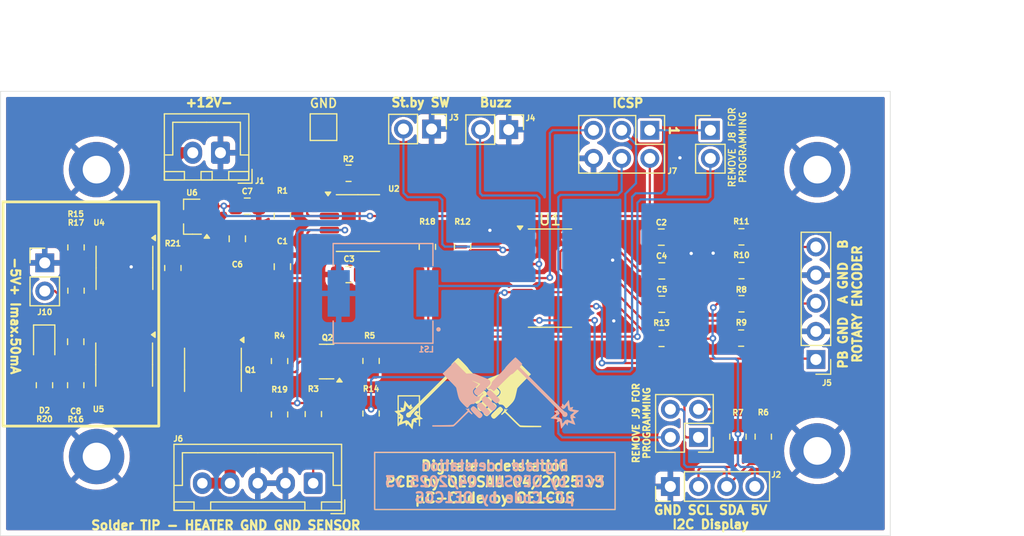
<source format=kicad_pcb>
(kicad_pcb (version 20240108) (generator "pcbnew") (generator_version "8.0")
  (layers (0 "F.Cu" signal) (31 "B.Cu" signal) (34 "B.Paste" user) (35 "F.Paste" user) (36 "B.SilkS" user "B.Silkscreen") (37 "F.SilkS" user "F.Silkscreen") (38 "B.Mask" user) (39 "F.Mask" user) (44 "Edge.Cuts" user))
  (net 0 "")
  (net 1 "GND")
  (net 2 "Net-(U2-+)")
  (net 3 "+5V")
  (net 4 "Net-(U1-PA3)")
  (net 5 "+12V")
  (net 6 "Net-(J2-Pin_2)")
  (net 7 "Net-(J2-Pin_3)")
  (net 8 "Net-(J3-Pin_2)")
  (net 9 "Net-(J4-Pin_2)")
  (net 10 "Net-(J5-Pin_1)")
  (net 11 "Net-(J5-Pin_3)")
  (net 12 "Net-(J5-Pin_5)")
  (net 13 "Net-(J6-Pin_4)")
  (net 14 "Net-(J6-Pin_1)")
  (net 15 "Net-(J8-Pin_2)")
  (net 16 "Net-(J7-MISO)")
  (net 17 "Net-(Q1-G)")
  (net 18 "Net-(Q2-G)")
  (net 19 "Net-(U2--)")
  (net 20 "Net-(R18-Pad1)")
  (net 24 "Net-(J7-~{RST})")
  (net 25 "Net-(U1-AREF{slash}PA0)")
  (net 26 "Net-(U1-PA1)")
  (net 27 "Net-(U1-PB2)")
  (net 28 "Net-(D1-A)")
  (net 30 "Net-(J7-MOSI)")
  (net 31 "Net-(J7-SCK)")
  (net 32 "Net-(U5-ADJ)")
  (net 33 "Net-(R15-Pad1)")
  (net 38 "Net-(J10-Pin_2)")
  (net 39 "Net-(D2-A)")
  (net 40 "Net-(U4-ADJ)")
  (net 41 "Net-(U4-VI)")
  (footprint "Resistor_SMD:R_0805_2012Metric_Pad1.20x1.40mm_HandSolder" (layer "F.Cu") (at 139.2174 85.6648 90)
    (property "Reference" "R12")
    (property "Value" "10k")
  )
  (footprint "Capacitor_SMD:C_0805_2012Metric_Pad1.18x1.45mm_HandSolder" (layer "F.Cu") (at 128.9597 88.17 180)
    (property "Reference" "C3")
    (property "Value" "10nF")
  )
  (footprint "Resistor_SMD:R_0805_2012Metric_Pad1.20x1.40mm_HandSolder" (layer "F.Cu") (at 125.7554 100.7712 90)
    (property "Reference" "R3")
    (property "Value" "5K6")
  )
  (footprint "Resistor_SMD:R_0805_2012Metric_Pad1.20x1.40mm_HandSolder" (layer "F.Cu") (at 164.3794 87.8144)
    (property "Reference" "R10")
    (property "Value" "10k")
  )
  (footprint "Resistor_SMD:R_0805_2012Metric_Pad1.20x1.40mm_HandSolder" (layer "F.Cu") (at 104.3432 85.7186 -90)
    (property "Reference" "R15")
    (property "Value" "27")
  )
  (footprint "Capacitor_SMD:C_0805_2012Metric_Pad1.18x1.45mm_HandSolder" (layer "F.Cu") (at 157.1889 90.8498 180)
    (property "Reference" "C5")
    (property "Value" "10nF")
  )
  (footprint "MountingHole:MountingHole_2.5mm_Pad" (layer "F.Cu") (at 106.1974 78.6958)
    (property "Reference" "H1" (hide yes))
    (property "Value" "MountingHole_Pad" (hide yes))
  )
  (footprint "Resistor_SMD:R_0805_2012Metric_Pad1.20x1.40mm_HandSolder" (layer "F.Cu") (at 104.3432 89.6272 -90)
    (property "Reference" "R17")
    (property "Value" "750")
  )
  (footprint "Resistor_SMD:R_0805_2012Metric_Pad1.20x1.40mm_HandSolder" (layer "F.Cu") (at 136.0424 85.6714 -90)
    (property "Reference" "R18")
    (property "Value" "5K6")
  )
  (footprint "Connector_PinHeader_2.54mm:PinHeader_1x04_P2.54mm_Vertical" (layer "F.Cu") (at 157.9626 107.3089 90)
    (property "Reference" "J2")
    (property "Value" "I2C")
  )
  (footprint "Resistor_SMD:R_0805_2012Metric_Pad1.20x1.40mm_HandSolder" (layer "F.Cu") (at 122.7074 95.9802 -90)
    (property "Reference" "R4")
    (property "Value" "10K")
  )
  (footprint "Resistor_SMD:R_0805_2012Metric_Pad1.20x1.40mm_HandSolder" (layer "F.Cu") (at 113.0808 87.5792 90)
    (property "Reference" "R21")
    (property "Value" "0")
  )
  (footprint "Resistor_SMD:R_0805_2012Metric_Pad1.20x1.40mm_HandSolder" (layer "F.Cu") (at 130.9624 95.9706 90)
    (property "Reference" "R5")
    (property "Value" "1K")
  )
  (footprint "Package_TO_SOT_SMD:SOT-23" (layer "F.Cu") (at 126.9469 96.0272 180)
    (property "Reference" "Q2")
    (property "Value" "IRLML2060")
  )
  (footprint "Resistor_SMD:R_0805_2012Metric_Pad1.20x1.40mm_HandSolder" (layer "F.Cu") (at 122.7074 100.8032 90)
    (property "Reference" "R19")
    (property "Value" "100k")
  )
  (footprint "Connector_PinHeader_2.54mm:PinHeader_1x02_P2.54mm_Vertical" (layer "F.Cu") (at 161.5694 75.1398)
    (property "Reference" "J8" (hide yes))
    (property "Value" "PROG-JUMP")
  )
  (footprint "Connector_PinHeader_2.54mm:PinHeader_1x02_P2.54mm_Vertical" (layer "F.Cu") (at 143.383 75.0824 -90)
    (property "Reference" "J4")
    (property "Value" "Buzz")
  )
  (footprint "MountingHole:MountingHole_2.5mm_Pad" (layer "F.Cu") (at 106.1974 104.6038)
    (property "Reference" "H3" (hide yes))
    (property "Value" "MountingHole_Pad" (hide yes))
  )
  (footprint "Connector_PinHeader_2.54mm:PinHeader_2x03_P2.54mm_Vertical" (layer "F.Cu") (at 156.1084 75.1398 -90)
    (property "Reference" "J7")
    (property "Value" "ISP")
  )
  (footprint "Package_TO_SOT_SMD:SOT-23_Handsoldering" (layer "F.Cu") (at 114.8066 82.9478 180)
    (property "Reference" "U6")
    (property "Value" "MCP1703Ax-120xxTT")
  )
  (footprint "Package_SO:SOIC-8_3.9x4.9mm_P1.27mm" (layer "F.Cu") (at 108.6866 96.3026 -90)
    (property "Reference" "U5")
    (property "Value" "LM317L_SO8")
  )
  (footprint "Connector_JST:JST_XH_B2B-XH-A_1x02_P2.50mm_Vertical" (layer "F.Cu") (at 117.3734 77.1718 180)
    (property "Reference" "J1")
    (property "Value" "12V POW")
  )
  (footprint "Capacitor_SMD:C_0805_2012Metric_Pad1.18x1.45mm_HandSolder" (layer "F.Cu") (at 122.9614 87.4588 90)
    (property "Reference" "C1")
    (property "Value" "10nF")
  )
  (footprint "Package_SO:SO-8_3.9x4.9mm_P1.27mm" (layer "F.Cu") (at 129.7782 83.5218)
    (property "Reference" "U2")
    (property "Value" "OPA336Ux")
  )
  (footprint "MountingHole:MountingHole_2.5mm_Pad" (layer "F.Cu") (at 171.2214 104.0958)
    (property "Reference" "H2" (hide yes))
    (property "Value" "MountingHole_Pad" (hide yes))
  )
  (footprint "Capacitor_SMD:C_0805_2012Metric_Pad1.18x1.45mm_HandSolder" (layer "F.Cu") (at 157.1889 87.8398)
    (property "Reference" "C4")
    (property "Value" "10nF")
  )
  (footprint "Resistor_SMD:R_0805_2012Metric_Pad1.20x1.40mm_HandSolder" (layer "F.Cu") (at 164.3794 90.8116 180)
    (property "Reference" "R8")
    (property "Value" "10k")
  )
  (footprint "Package_SO:SOIC-8_3.9x4.9mm_P1.27mm" (layer "F.Cu") (at 116.695 96.7734 -90)
    (property "Reference" "Q1")
    (property "Value" "IRF7416")
  )
  (footprint "Connector_PinHeader_2.54mm:PinHeader_1x02_P2.54mm_Vertical" (layer "F.Cu") (at 101.5238 87.117)
    (property "Reference" "J10")
    (property "Value" "5V/50mA")
  )
  (footprint "Resistor_SMD:R_0805_2012Metric_Pad1.20x1.40mm_HandSolder" (layer "F.Cu") (at 164.3474 93.9104 180)
    (property "Reference" "R9")
    (property "Value" "10k")
  )
  (footprint "Resistor_SMD:R_0805_2012Metric_Pad1.20x1.40mm_HandSolder" (layer "F.Cu") (at 130.9624 100.7204 90)
    (property "Reference" "R14")
    (property "Value" "10k")
  )
  (footprint "Resistor_SMD:R_0805_2012Metric_Pad1.20x1.40mm_HandSolder" (layer "F.Cu") (at 101.4984 98.1616 -90)
    (property "Reference" "R20")
    (property "Value" "10k")
  )
  (footprint "Resistor_SMD:R_0805_2012Metric_Pad1.20x1.40mm_HandSolder" (layer "F.Cu") (at 164.0586 102.8098 90)
    (property "Reference" "R7")
    (property "Value" "4k7")
  )
  (footprint "Capacitor_SMD:C_0805_2012Metric_Pad1.18x1.45mm_HandSolder" (layer "F.Cu") (at 119.7903 81.9978)
    (property "Reference" "C7")
    (property "Value" "1uF")
  )
  (footprint "Resistor_SMD:R_0805_2012Metric_Pad1.20x1.40mm_HandSolder" (layer "F.Cu") (at 128.9304 79.026)
    (property "Reference" "R2")
    (property "Value" "68k")
  )
  (footprint "Resistor_SMD:R_0805_2012Metric_Pad1.20x1.40mm_HandSolder" (layer "F.Cu") (at 122.9614 82.8708 90)
    (property "Reference" "R1")
    (property "Value" "100R")
  )
  (footprint "LED_SMD:LED_0805_2012Metric" (layer "F.Cu") (at 134.366 100.8103 -90)
    (property "Reference" "D1" (hide yes))
    (property "Value" "LED" (hide yes))
  )
  (footprint "Resistor_SMD:R_0805_2012Metric_Pad1.20x1.40mm_HandSolder" (layer "F.Cu") (at 104.3178 98.1616 -90)
    (property "Reference" "R16")
    (property "Value" "240")
  )
  (footprint "Resistor_SMD:R_0805_2012Metric_Pad1.20x1.40mm_HandSolder" (layer "F.Cu") (at 164.3728 84.7664 180)
    (property "Reference" "R11")
    (property "Value" "10k")
  )
  (footprint "Capacitor_SMD:C_0805_2012Metric_Pad1.18x1.45mm_HandSolder" (layer "F.Cu") (at 104.3178 94.2367 90)
    (property "Reference" "C8")
    (property "Value" "1uF")
  )
  (footprint "LED_SMD:LED_0805_2012Metric" (layer "F.Cu") (at 101.473 94.4118 -90)
    (property "Reference" "D2")
    (property "Value" "LED")
  )
  (footprint "Capacitor_SMD:C_0805_2012Metric_Pad1.18x1.45mm_HandSolder" (layer "F.Cu") (at 118.8974 84.9403 90)
    (property "Reference" "C6")
    (property "Value" "1uF")
  )
  (footprint "TestPoint:TestPoint_Pad_2.0x2.0mm" (layer "F.Cu") (at 126.6698 74.8604)
    (property "Reference" "GND")
    (property "Value" "GND")
  )
  (footprint "Connector_PinHeader_2.54mm:PinHeader_1x02_P2.54mm_Vertical" (layer "F.Cu") (at 136.4234 75.0316 -90)
    (property "Reference" "J3")
    (property "Value" "Std.by")
  )
  (footprint "LOGO" (layer "F.Cu") (at 139.8524 98.7552)
    (property "Reference" "G10" (hide yes))
    (property "Value" "LOGO" (hide yes))
  )
  (footprint "Package_SO:SOIC-8_3.9x4.9mm_P1.27mm" (layer "F.Cu") (at 108.712 87.565 -90)
    (property "Reference" "U4")
    (property "Value" "LM317L_SO8")
  )
  (footprint "Package_SO:SOIC-14_3.9x8.7mm_P1.27mm" (layer "F.Cu") (at 147.1026 88.4936)
    (property "Reference" "U1")
    (property "Value" "ATtiny84-20SS")
  )
  (footprint "Connector_PinHeader_2.54mm:PinHeader_1x05_P2.54mm_Vertical" (layer "F.Cu") (at 171.0944 95.8408 180)
    (property "Reference" "J5")
    (property "Value" "Conn_01x05_Pin")
  )
  (footprint "Resistor_SMD:R_0805_2012Metric_Pad1.20x1.40mm_HandSolder" (layer "F.Cu") (at 166.3446 102.8098 90)
    (property "Reference" "R6")
    (property "Value" "4k7")
  )
  (footprint "MountingHole:MountingHole_2.5mm_Pad" (layer "F.Cu") (at 171.2214 78.6958)
    (property "Reference" "H4" (hide yes))
    (property "Value" "MountingHole_Pad" (hide yes))
  )
  (footprint "Resistor_SMD:R_0805_2012Metric_Pad1.20x1.40mm_HandSolder" (layer "F.Cu") (at 157.1674 93.9358)
    (property "Reference" "R13")
    (property "Value" "10k")
  )
  (footprint "Connector_JST:JST_XH_B5B-XH-A_1x05_P2.50mm_Vertical" (layer "F.Cu") (at 125.7408 107.0102 180)
    (property "Reference" "J6")
    (property "Value" "Tip")
  )
  (footprint "Capacitor_SMD:C_0805_2012Metric_Pad1.18x1.45mm_HandSolder" (layer "F.Cu") (at 157.1459 84.7918)
    (property "Reference" "C2")
    (property "Value" "100nF")
  )
  (footprint "Connector_PinHeader_2.54mm:PinHeader_2x02_P2.54mm_Vertical" (layer "F.Cu") (at 160.5026 102.8766 180)
    (property "Reference" "J9" (hide yes))
    (property "Value" "PROG-JUMP2")
  )
  (footprint "LOGO" (layer "B.Cu") (at 142.948334 98.7044 180)
    (property "Reference" "G10" (hide yes))
    (property "Value" "LOGO" (hide yes))
  )
  (footprint "CPT-9019S-SMT:CUI_CPT-9019S-SMT" (layer "B.Cu") (at 132.0424 89.8718 90)
    (property "Reference" "LS1")
    (property "Value" "CPT-9019S-SMT" (hide yes))
  )
  (gr_rect (start 97.7646 81.6102) (end 111.8108 101.854) (stroke (width 0.25)) (fill none) (layer "F.SilkS"))
  (gr_line (start 97.536 71.628) (end 177.8 71.628) (stroke (width 0.05)) (layer "Edge.Cuts"))
  (gr_line (start 177.8 71.628) (end 177.8 111.76) (stroke (width 0.05)) (layer "Edge.Cuts"))
  (gr_line (start 177.8 111.76) (end 97.536 111.76) (stroke (width 0.05)) (layer "Edge.Cuts"))
  (gr_line (start 97.536 111.76) (end 97.536 71.628) (stroke (width 0.05)) (layer "Edge.Cuts"))
  (gr_text "REMOVE J8 FOR\nPROGRAMMING" (at 164.846 76.6826 90) (layer "F.SilkS") (effects (font (size 0.6 0.6) (thickness 0.12) (bold yes)) (justify bottom)))
  (gr_text "1" (at 157.8102 74.6572 -90) (layer "F.SilkS") (effects (font (size 0.8 0.8) (thickness 0.2) (bold yes)) (justify left bottom)))
  (gr_text "ICSP" (at 152.6286 73.1586 0) (layer "F.SilkS") (effects (font (size 0.8 0.8) (thickness 0.2) (bold yes)) (justify left bottom)))
  (gr_text "PB GND  A GND  B\nROTARY ENCODER" (at 175.2854 90.837 90) (layer "F.SilkS") (effects (font (size 0.8 0.8) (thickness 0.2) (bold yes)) (justify bottom)))
  (gr_text "REMOVE J9 FOR\nPROGRAMMING" (at 156.1846 101.5812 90) (layer "F.SilkS") (effects (font (size 0.6 0.6) (thickness 0.15) (bold yes)) (justify bottom)))
  (gr_text "Solder TIP - HEATER GND GND SENSOR" (at 117.856 111.2774 0) (layer "F.SilkS") (effects (font (size 0.8 0.8) (thickness 0.2) (bold yes)) (justify bottom)))
  (gr_text "St.by SW" (at 132.6896 73.1012 0) (layer "F.SilkS") (effects (font (size 0.8 0.8) (thickness 0.2) (bold yes)) (justify left bottom)))
  (gr_text "GND SCL SDA 5V\nI2C Display" (at 161.5948 111.1951 0) (layer "F.SilkS") (effects (font (size 0.8 0.8) (thickness 0.2) (bold yes)) (justify bottom)))
  (gr_text "-5V+ Imax.50mA" (at 98.3996 86.5124 270) (layer "F.SilkS") (effects (font (size 0.8 0.8) (thickness 0.2) (bold yes)) (justify left bottom)))
  (gr_text "Buzz" (at 140.6652 73.1012 0) (layer "F.SilkS") (effects (font (size 0.8 0.8) (thickness 0.2) (bold yes)) (justify left bottom)))
  (gr_text "+12V-" (at 114.1222 73.1078 0) (layer "F.SilkS") (effects (font (size 0.8 0.8) (thickness 0.2) (bold yes)) (justify left bottom)))
  (gr_text_box "Digitale Loetstation\nPCB by OE9SAU 04/2025 v3\nµC-Code by OE1CGS" (start 131.2672 104.2162) (end 152.9588 109.3724) (layer "B.SilkS") (effects (font (size 0.9 0.9) (thickness 0.2) (bold yes)) (justify top mirror)) (border yes) (stroke (width 0.1)))
  (gr_text_box "Digitale Loetstation\nPCB by OE9SAU 04/2025 v3\nµC-Code by OE1CGS" (start 131.2926 104.2416) (end 152.9842 109.3978) (layer "F.SilkS") (effects (font (size 0.9 0.9) (thickness 0.2) (bold yes)) (justify top)) (border yes) (stroke (width 0.1)))
  (segment (start 120.7408 107.347) (end 120.7538 107.36) (width 1) (layer "F.Cu") (net 1))
  (via (at 161.8234 86.2396) (size 0.6) (drill 0.3) (layers "F.Cu" "B.Cu") (net 1))
  (via (at 152.7556 86.868) (size 0.6) (drill 0.3) (layers "F.Cu" "B.Cu") (net 1))
  (via (at 109.3216 87.4776) (size 0.6) (drill 0.3) (layers "F.Cu" "B.Cu") (net 1))
  (via (at 159.8422 86.265) (size 0.6) (drill 0.3) (layers "F.Cu" "B.Cu") (net 1))
  (via (at 152.8572 92.3544) (size 0.6) (drill 0.3) (layers "F.Cu" "B.Cu") (net 1))
  (via (at 141.6812 84.1756) (size 0.6) (drill 0.3) (layers "F.Cu" "B.Cu") (net 1))
  (via (at 158.8262 77.629) (size 0.6) (drill 0.3) (layers "F.Cu" "B.Cu") (net 1))
  (segment (start 124.2756 99.8032) (end 124.3076 99.7712) (width 0.2) (layer "F.Cu") (net 2))
  (segment (start 124.9465 88.4963) (end 122.9614 88.4963) (width 0.2) (layer "F.Cu") (net 2))
  (segment (start 122.7074 99.8032) (end 124.2756 99.8032) (width 0.2) (layer "F.Cu") (net 2))
  (segment (start 125.222 88.2208) (end 124.9465 88.4963) (width 0.2) (layer "F.Cu") (net 2))
  (segment (start 125.222 84.4108) (end 125.222 88.2208) (width 0.2) (layer "F.Cu") (net 2))
  (segment (start 124.3076 99.7712) (end 125.7554 99.7712) (width 0.2) (layer "F.Cu") (net 2))
  (segment (start 125.476 84.1568) (end 125.222 84.4108) (width 0.2) (layer "F.Cu") (net 2))
  (segment (start 128.6002 84.1568) (end 125.476 84.1568) (width 0.2) (layer "F.Cu") (net 2))
  (via (at 124.3076 99.7712) (size 0.6) (drill 0.3) (layers "F.Cu" "B.Cu") (net 2))
  (via (at 128.6002 84.1568) (size 0.6) (drill 0.3) (layers "F.Cu" "B.Cu") (net 2))
  (segment (start 124.3076 84.4296) (end 124.5804 84.1568) (width 0.2) (layer "B.Cu") (net 2))
  (segment (start 124.5804 84.1568) (end 128.6002 84.1568) (width 0.2) (layer "B.Cu") (net 2))
  (segment (start 124.3076 99.7712) (end 124.3076 84.4296) (width 0.2) (layer "B.Cu") (net 2))
  (segment (start 164.3888 83.1662) (end 164.1348 82.9122) (width 0.2) (layer "F.Cu") (net 3))
  (segment (start 143.9887 82.8907) (end 156.1084 82.8907) (width 0.2) (layer "F.Cu") (net 3))
  (segment (start 116.3066 81.9978) (end 117.6528 81.9978) (width 0.2) (layer "F.Cu") (net 3))
  (segment (start 158.192 93.9604) (end 161.7734 93.9604) (width 0.2) (layer "F.Cu") (net 3))
  (segment (start 132.8706 82.8868) (end 132.8745 82.8907) (width 0.2) (layer "F.Cu") (net 3))
  (segment (start 139.2174 82.9161) (end 139.192 82.8907) (width 0.2) (layer "F.Cu") (net 3))
  (segment (start 162.2044 90.7862) (end 163.3794 90.7862) (width 0.2) (layer "F.Cu") (net 3))
  (segment (start 130.8608 82.8868) (end 132.8706 82.8868) (width 0.2) (layer "F.Cu") (net 3))
  (segment (start 158.1674 93.9358) (end 158.192 93.9604) (width 0.2) (layer "F.Cu") (net 3))
  (segment (start 161.8361 91.1545) (end 162.2044 90.7862) (width 0.2) (layer "F.Cu") (net 3))
  (segment (start 161.7734 93.9604) (end 161.798 93.9358) (width 0.2) (layer "F.Cu") (net 3))
  (segment (start 139.192 82.8907) (end 143.9887 82.8907) (width 0.2) (layer "F.Cu") (net 3))
  (segment (start 156.1084 77.6798) (end 156.1084 78.8315) (width 0.2) (layer "F.Cu") (net 3))
  (segment (start 117.6782 81.9724) (end 117.7036 81.9978) (width 0.2) (layer "F.Cu") (net 3))
  (segment (start 144.526 82.8907) (end 143.9887 82.8907) (width 0.2) (layer "F.Cu") (net 3))
  (segment (start 156.1084 84.7918) (end 156.1084 82.8907) (width 0.2) (layer "F.Cu") (net 3))
  (segment (start 117.6528 81.9978) (end 117.6782 81.9724) (width 0.2) (layer "F.Cu") (net 3))
  (segment (start 166.3446 101.8098) (end 164.0586 101.8098) (width 0.2) (layer "F.Cu") (net 3))
  (segment (start 163.3794 90.7862) (end 163.3794 87.8144) (width 0.2) (layer "F.Cu") (net 3))
  (segment (start 163.3794 87.8144) (end 164.3888 86.805) (width 0.2) (layer "F.Cu") (net 3))
  (segment (start 164.3888 86.805) (end 164.3888 83.1662) (width 0.2) (layer "F.Cu") (net 3))
  (segment (start 164.0586 102.5652) (end 164.0586 101.8098) (width 0.2) (layer "F.Cu") (net 3))
  (segment (start 117.7036 81.9978) (end 118.7528 81.9978) (width 0.2) (layer "F.Cu") (net 3))
  (segment (start 156.1084 78.8315) (end 156.1084 82.8907) (width 0.2) (layer "F.Cu") (net 3))
  (segment (start 144.526 84.6648) (end 144.526 82.8907) (width 0.2) (layer "F.Cu") (net 3))
  (segment (start 164.1133 82.8907) (end 164.2618 83.0392) (width 0.2) (layer "F.Cu") (net 3))
  (segment (start 139.2174 84.6648) (end 139.2174 82.9161) (width 0.2) (layer "F.Cu") (net 3))
  (segment (start 156.1084 82.8907) (end 164.1133 82.8907) (width 0.2) (layer "F.Cu") (net 3))
  (segment (start 158.1674 93.9358) (end 158.6728 94.4412) (width 0.2) (layer "F.Cu") (net 3))
  (segment (start 132.8745 82.8907) (end 139.192 82.8907) (width 0.2) (layer "F.Cu") (net 3))
  (via (at 161.8361 91.1545) (size 0.6) (drill 0.3) (layers "F.Cu" "B.Cu") (net 3))
  (via (at 161.798 93.9358) (size 0.6) (drill 0.3) (layers "F.Cu" "B.Cu") (net 3))
  (via (at 117.6782 81.9724) (size 0.6) (drill 0.3) (layers "F.Cu" "B.Cu") (net 3))
  (via (at 164.0586 102.5652) (size 0.6) (drill 0.3) (layers "F.Cu" "B.Cu") (net 3))
  (via (at 130.8608 82.8868) (size 0.6) (drill 0.3) (layers "F.Cu" "B.Cu") (net 3))
  (segment (start 164.3126 105.5436) (end 164.0586 105.2896) (width 0.2) (layer "B.Cu") (net 3))
  (segment (start 165.5826 107.3089) (end 165.5826 105.7722) (width 0.2) (layer "B.Cu") (net 3))
  (segment (start 117.9322 82.8868) (end 117.6782 82.6328) (width 0.2) (layer "B.Cu") (net 3))
  (segment (start 161.7726 93.9104) (end 161.798 93.9358) (width 0.2) (layer "B.Cu") (net 3))
  (segment (start 165.354 105.5436) (end 164.3126 105.5436) (width 0.2) (layer "B.Cu") (net 3))
  (segment (start 161.8361 91.1545) (end 161.7726 91.218) (width 0.2) (layer "B.Cu") (net 3))
  (segment (start 161.798 95.536) (end 161.798 93.9358) (width 0.2) (layer "B.Cu") (net 3))
  (segment (start 162.0266 95.7646) (end 161.798 95.536) (width 0.2) (layer "B.Cu") (net 3))
  (segment (start 161.7726 91.218) (end 161.7726 93.9104) (width 0.2) (layer "B.Cu") (net 3))
  (segment (start 164.0586 105.2896) (end 164.0586 95.9678) (width 0.2) (layer "B.Cu") (net 3))
  (segment (start 165.5826 105.7722) (end 165.354 105.5436) (width 0.2) (layer "B.Cu") (net 3))
  (segment (start 117.6782 82.6328) (end 117.6782 81.9724) (width 0.2) (layer "B.Cu") (net 3))
  (segment (start 130.8608 82.8868) (end 117.9322 82.8868) (width 0.2) (layer "B.Cu") (net 3))
  (segment (start 164.0586 95.9678) (end 163.8554 95.7646) (width 0.2) (layer "B.Cu") (net 3))
  (segment (start 163.8554 95.7646) (end 162.0266 95.7646) (width 0.2) (layer "B.Cu") (net 3))
  (segment (start 147.066 90.0176) (end 147.32 89.7636) (width 0.2) (layer "F.Cu") (net 4))
  (segment (start 130.0187 88.1485) (end 130.0187 86.9547) (width 0.2) (layer "F.Cu") (net 4))
  (segment (start 136.1186 92.9894) (end 136.3472 93.218) (width 0.2) (layer "F.Cu") (net 4))
  (segment (start 147.32 89.7636) (end 149.5776 89.7636) (width 0.2) (layer "F.Cu") (net 4))
  (segment (start 147.066 93.0148) (end 147.066 90.0176) (width 0.2) (layer "F.Cu") (net 4))
  (segment (start 146.8628 93.218) (end 147.066 93.0148) (width 0.2) (layer "F.Cu") (net 4))
  (segment (start 136.3472 93.218) (end 146.8628 93.218) (width 0.2) (layer "F.Cu") (net 4))
  (segment (start 130.2976 86.6758) (end 136.1186 86.6758) (width 0.2) (layer "F.Cu") (net 4))
  (segment (start 136.1186 86.6758) (end 136.1186 92.9894) (width 0.2) (layer "F.Cu") (net 4))
  (segment (start 130.0187 86.9547) (end 130.2976 86.6758) (width 0.2) (layer "F.Cu") (net 4))
  (segment (start 113.3066 77.6506) (end 113.3066 80.6196) (width 1) (layer "F.Cu") (net 5))
  (segment (start 118.6 94.9802) (end 122.7074 94.9802) (width 0.2) (layer "F.Cu") (net 5))
  (segment (start 118.6725 95.0384) (end 116.8275 95.0384) (width 0.5) (layer "F.Cu") (net 5))
  (segment (start 115.81 94.8384) (end 118.35 94.8384) (width 0.5) (layer "F.Cu") (net 5))
  (segment (start 113.35 86.31) (end 113.35 82.9912) (width 1) (layer "F.Cu") (net 5))
  (segment (start 113.0808 86.5792) (end 113.3 86.36) (width 1) (layer "F.Cu") (net 5))
  (segment (start 116.08 93.5784) (end 116.06 93.5984) (width 0.5) (layer "F.Cu") (net 5))
  (segment (start 113.0808 86.5792) (end 113.5516 87.05) (width 0.2) (layer "F.Cu") (net 5))
  (segment (start 118.67125 93.2484) (end 116.08875 93.2484) (width 0.5) (layer "F.Cu") (net 5))
  (segment (start 113.7854 77.1718) (end 113.3066 77.6506) (width 1) (layer "F.Cu") (net 5))
  (segment (start 118.6 94.2984) (end 118.6 94.9802) (width 0.2) (layer "F.Cu") (net 5))
  (segment (start 115.94 94.0084) (end 118.48 94.0084) (width 0.5) (layer "F.Cu") (net 5))
  (segment (start 115.8 95.2884) (end 115.8 92.4984) (width 0.5) (layer "F.Cu") (net 5))
  (segment (start 115.81 94.5284) (end 118.35 94.5284) (width 0.5) (layer "F.Cu") (net 5))
  (segment (start 116.06 87.0024) (end 116.06 94.81) (width 1) (layer "F.Cu") (net 5))
  (segment (start 113.0808 86.5792) (end 113.35 86.31) (width 1) (layer "F.Cu") (net 5))
  (segment (start 122.3394 94.9482) (end 122.7074 94.5802) (width 0.2) (layer "F.Cu") (net 5))
  (segment (start 118.6625 93.5784) (end 116.08 93.5784) (width 0.5) (layer "F.Cu") (net 5))
  (segment (start 118.71 93.2484) (end 118.71 95.2284) (width 0.5) (layer "F.Cu") (net 5))
  (segment (start 115.79 95.2984) (end 118.71 95.2984) (width 0.5) (layer "F.Cu") (net 5))
  (segment (start 114.8734 77.1718) (end 113.7854 77.1718) (width 1) (layer "F.Cu") (net 5))
  (segment (start 118.6 94.2984) (end 117.87 95.0284) (width 0.5) (layer "F.Cu") (net 5))
  (segment (start 115.4176 86.36) (end 116.06 87.0024) (width 1) (layer "F.Cu") (net 5))
  (segment (start 118.71 95.2284) (end 118.64 95.2984) (width 0.5) (layer "F.Cu") (net 5))
  (segment (start 115.79 95.2984) (end 115.8 95.2884) (width 0.5) (layer "F.Cu") (net 5))
  (segment (start 115.79 95.0384) (end 118.33 95.0384) (width 0.5) (layer "F.Cu") (net 5))
  (segment (start 113.3066 80.6196) (end 113.3066 82.9478) (width 1) (layer "F.Cu") (net 5))
  (segment (start 118.8974 85.9778) (end 113.6822 85.9778) (width 0.2) (layer "F.Cu") (net 5))
  (segment (start 116.06 94.2984) (end 118.6 94.2984) (width 0.5) (layer "F.Cu") (net 5))
  (segment (start 113.6822 85.9778) (end 113.0808 86.5792) (width 0.2) (layer "F.Cu") (net 5))
  (segment (start 113.35 82.9912) (end 113.3066 82.9478) (width 1) (layer "F.Cu") (net 5))
  (segment (start 117.87 95.0284) (end 116.025 95.0284) (width 0.5) (layer "F.Cu") (net 5))
  (segment (start 113.3 86.36) (end 115.4176 86.36) (width 1) (layer "F.Cu") (net 5))
  (segment (start 160.5026 107.3089) (end 160.5026 105.7976) (width 0.2) (layer "F.Cu") (net 6))
  (segment (start 162.5092 100.3366) (end 160.5026 100.3366) (width 0.2) (layer "F.Cu") (net 6))
  (segment (start 160.5026 105.7976) (end 160.7566 105.5436) (width 0.2) (layer "F.Cu") (net 6))
  (segment (start 163.7284 105.5436) (end 164.0586 105.2134) (width 0.2) (layer "F.Cu") (net 6))
  (segment (start 160.6296 107.1819) (end 160.5026 107.3089) (width 0.2) (layer "F.Cu") (net 6))
  (segment (start 163.036 103.8098) (end 162.7632 103.537) (width 0.2) (layer "F.Cu") (net 6))
  (segment (start 160.7566 105.5436) (end 163.7284 105.5436) (width 0.2) (layer "F.Cu") (net 6))
  (segment (start 162.7632 103.537) (end 162.7632 100.5906) (width 0.2) (layer "F.Cu") (net 6))
  (segment (start 164.0586 105.2134) (end 164.0586 103.8098) (width 0.2) (layer "F.Cu") (net 6))
  (segment (start 164.0586 103.8098) (end 163.036 103.8098) (width 0.2) (layer "F.Cu") (net 6))
  (segment (start 162.7632 100.5906) (end 162.5092 100.3366) (width 0.2) (layer "F.Cu") (net 6))
  (segment (start 166.3446 104.934) (end 166.007515 105.271085) (width 0.2) (layer "F.Cu") (net 7))
  (segment (start 166.007515 105.271085) (end 165.080415 105.271085) (width 0.2) (layer "F.Cu") (net 7))
  (segment (start 166.3446 103.8098) (end 166.3446 104.934) (width 0.2) (layer "F.Cu") (net 7))
  (segment (start 165.080415 105.271085) (end 163.0426 107.3089) (width 0.2) (layer "F.Cu") (net 7))
  (segment (start 162.8394 105.5436) (end 163.0426 105.7468) (width 0.2) (layer "B.Cu") (net 7))
  (segment (start 158.9786 100.3366) (end 159.2072 100.5652) (width 0.2) (layer "B.Cu") (net 7))
  (segment (start 157.9626 100.3366) (end 158.9786 100.3366) (width 0.2) (layer "B.Cu") (net 7))
  (segment (start 159.2072 100.5652) (end 159.2072 105.315) (width 0.2) (layer "B.Cu") (net 7))
  (segment (start 159.2072 105.315) (end 159.4358 105.5436) (width 0.2) (layer "B.Cu") (net 7))
  (segment (start 163.0426 105.7468) (end 163.0426 107.3089) (width 0.2) (layer "B.Cu") (net 7))
  (segment (start 159.4358 105.5436) (end 162.8394 105.5436) (width 0.2) (layer "B.Cu") (net 7))
  (segment (start 142.8496 85.9536) (end 139.9286 85.9536) (width 0.2) (layer "F.Cu") (net 8))
  (segment (start 139.9286 85.9536) (end 139.2174 86.6648) (width 0.2) (layer "F.Cu") (net 8))
  (segment (start 142.8496 85.9536) (end 144.6276 85.9536) (width 0.2) (layer "F.Cu") (net 8))
  (via (at 142.8496 85.9536) (size 0.6) (drill 0.3) (layers "F.Cu" "B.Cu") (net 8))
  (segment (start 142.5448 85.6488) (end 142.8496 85.9536) (width 0.2) (layer "B.Cu") (net 8))
  (segment (start 133.8834 74.8604) (end 133.8834 80.7974) (width 0.2) (layer "B.Cu") (net 8))
  (segment (start 137.1346 81.185) (end 137.3886 81.439) (width 0.2) (layer "B.Cu") (net 8))
  (segment (start 133.8834 80.7974) (end 134.271 81.185) (width 0.2) (layer "B.Cu") (net 8))
  (segment (start 137.3886 85.4202) (end 137.6172 85.6488) (width 0.2) (layer "B.Cu") (net 8))
  (segment (start 137.3886 81.439) (end 137.3886 85.4202) (width 0.2) (layer "B.Cu") (net 8))
  (segment (start 134.271 81.185) (end 137.1346 81.185) (width 0.2) (layer "B.Cu") (net 8))
  (segment (start 137.6172 85.6488) (end 142.5448 85.6488) (width 0.2) (layer "B.Cu") (net 8))
  (segment (start 146.05 87.2236) (end 144.6276 87.2236) (width 0.2) (layer "F.Cu") (net 9))
  (via (at 146.1008 87.2236) (size 0.6) (drill 0.3) (layers "F.Cu" "B.Cu") (net 9))
  (segment (start 140.7922 80.8228) (end 141.002 81.0326) (width 0.2) (layer "B.Cu") (net 9))
  (segment (start 140.843 75.0824) (end 140.7922 75.1332) (width 0.2) (layer "B.Cu") (net 9))
  (segment (start 136.7094 89.2048) (end 136.0424 89.8718) (width 0.2) (layer "B.Cu") (net 9))
  (segment (start 146.1516 89.0016) (end 145.9484 89.2048) (width 0.2) (layer "B.Cu") (net 9))
  (segment (start 146.1516 81.28) (end 146.1516 89.0016) (width 0.2) (layer "B.Cu") (net 9))
  (segment (start 145.9484 89.2048) (end 136.7094 89.2048) (width 0.2) (layer "B.Cu") (net 9))
  (segment (start 141.002 81.0326) (end 145.9042 81.0326) (width 0.2) (layer "B.Cu") (net 9))
  (segment (start 145.9042 81.0326) (end 146.1516 81.28) (width 0.2) (layer "B.Cu") (net 9))
  (segment (start 140.7922 75.1332) (end 140.7922 80.8228) (width 0.2) (layer "B.Cu") (net 9))
  (segment (start 150.7252 88.4936) (end 156.1674 93.9358) (width 0.2) (layer "F.Cu") (net 10))
  (segment (start 156.1674 95.4934) (end 156.1674 93.9358) (width 0.2) (layer "F.Cu") (net 10))
  (segment (start 149.5776 88.4936) (end 150.7252 88.4936) (width 0.2) (layer "F.Cu") (net 10))
  (segment (start 171.0944 95.8408) (end 171.0182 95.7646) (width 0.2) (layer "F.Cu") (net 10))
  (segment (start 156.4386 95.7646) (end 156.1674 95.4934) (width 0.2) (layer "F.Cu") (net 10))
  (segment (start 171.0182 95.7646) (end 156.4386 95.7646) (width 0.2) (layer "F.Cu") (net 10))
  (segment (start 171.0944 90.7862) (end 165.6588 90.7862) (width 0.2) (layer "F.Cu") (net 11))
  (segment (start 165.6588 90.7862) (end 165.3474 91.0976) (width 0.2) (layer "F.Cu") (net 11))
  (segment (start 165.3474 91.0976) (end 165.3474 93.9104) (width 0.2) (layer "F.Cu") (net 11))
  (segment (start 165.3728 84.7664) (end 165.3728 85.0646) (width 0.2) (layer "F.Cu") (net 12))
  (segment (start 165.3794 84.7664) (end 165.3794 85.6046) (width 0.2) (layer "F.Cu") (net 12))
  (segment (start 165.3794 84.741) (end 165.3794 87.7128) (width 0.2) (layer "F.Cu") (net 12))
  (segment (start 165.3794 85.7062) (end 165.4048 85.6808) (width 0.2) (layer "F.Cu") (net 12))
  (segment (start 165.4048 85.6808) (end 171.0944 85.6808) (width 0.2) (layer "F.Cu") (net 12))
  (segment (start 118.25 100.3684) (end 118.25 107.001) (width 1) (layer "F.Cu") (net 13))
  (segment (start 114.79 99.2484) (end 114.81 99.2684) (width 0.5) (layer "F.Cu") (net 13))
  (segment (start 118.2408 107.0102) (end 115.7408 107.0102) (width 1) (layer "F.Cu") (net 13))
  (segment (start 117.945 99.6484) (end 114.895 99.6484) (width 0.5) (layer "F.Cu") (net 13))
  (segment (start 114.79 99.9584) (end 114.79 99.2484) (width 0.5) (layer "F.Cu") (net 13))
  (segment (start 118.23 100.3484) (end 117.84 99.9584) (width 0.5) (layer "F.Cu") (net 13))
  (segment (start 114.81 99.2684) (end 118.63 99.2684) (width 0.5) (layer "F.Cu") (net 13))
  (segment (start 118.23 100.3484) (end 118.25 100.3684) (width 1) (layer "F.Cu") (net 13))
  (segment (start 117.84 99.9584) (end 114.79 99.9584) (width 0.5) (layer "F.Cu") (net 13))
  (segment (start 117.965 98.8684) (end 114.915 98.8684) (width 0.5) (layer "F.Cu") (net 13))
  (segment (start 118.665 98.5184) (end 115.615 98.5184) (width 0.5) (layer "F.Cu") (net 13))
  (segment (start 118.23 107.3362) (end 118.2408 107.3254) (width 1) (layer "F.Cu") (net 13))
  (segment (start 118.23 99.6684) (end 118.23 100.3484) (width 1) (layer "F.Cu") (net 13))
  (segment (start 118.395 98.8684) (end 115.345 98.8684) (width 0.5) (layer "F.Cu") (net 13))
  (segment (start 117.79 100.1684) (end 114.74 100.1684) (width 0.5) (layer "F.Cu") (net 13))
  (segment (start 117.825 98.5184) (end 114.775 98.5184) (width 0.5) (layer "F.Cu") (net 13))
  (segment (start 118.25 107.001) (end 118.2408 107.0102) (width 1) (layer "F.Cu") (net 13))
  (segment (start 125.7554 101.7712) (end 125.7408 101.7858) (width 0.2) (layer "F.Cu") (net 14))
  (segment (start 125.7874 101.8032) (end 125.7554 101.7712) (width 0.2) (layer "F.Cu") (net 14))
  (segment (start 125.7408 102.2974) (end 125.7408 107.347) (width 0.2) (layer "F.Cu") (net 14))
  (segment (start 131.1656 93.7768) (end 130.9624 93.98) (width 0.2) (layer "F.Cu") (net 15))
  (segment (start 154.94 93.8784) (end 154.94 93.7768) (width 0.2) (layer "F.Cu") (net 15))
  (segment (start 154.94 93.7768) (end 131.1656 93.7768) (width 0.2) (layer "F.Cu") (net 15))
  (segment (start 130.9624 93.98) (end 130.9624 94.9706) (width 0.2) (layer "F.Cu") (net 15))
  (via (at 154.9908 93.7768) (size 0.6) (drill 0.3) (layers "F.Cu" "B.Cu") (net 15))
  (segment (start 154.9908 81.6864) (end 155.289 81.3882) (width 0.2) (layer "B.Cu") (net 15))
  (segment (start 161.3154 81.3882) (end 161.5694 81.1342) (width 0.2) (layer "B.Cu") (net 15))
  (segment (start 154.9908 93.7768) (end 154.9908 81.6864) (width 0.2) (layer "B.Cu") (net 15))
  (segment (start 155.289 81.3882) (end 161.3154 81.3882) (width 0.2) (layer "B.Cu") (net 15))
  (segment (start 161.5694 81.1342) (end 161.5694 77.8018) (width 0.2) (layer "B.Cu") (net 15))
  (segment (start 151.13 92.3036) (end 149.5776 92.3036) (width 0.2) (layer "F.Cu") (net 16))
  (via (at 151.13 92.3036) (size 0.6) (drill 0.3) (layers "F.Cu" "B.Cu") (net 16))
  (segment (start 151.13 92.3036) (end 151.13 96.4692) (width 0.2) (layer "B.Cu") (net 16))
  (segment (start 154.305 96.9264) (end 154.5082 96.7232) (width 0.2) (layer "B.Cu") (net 16))
  (segment (start 161.5694 75.2618) (end 161.4474 75.1398) (width 0.2) (layer "B.Cu") (net 16))
  (segment (start 151.13 96.4692) (end 151.13 96.6216) (width 0.2) (layer "B.Cu") (net 16))
  (segment (start 154.5082 81.1596) (end 154.5082 96.7232) (width 0.2) (layer "B.Cu") (net 16))
  (segment (start 161.4474 75.1398) (end 156.1084 75.1398) (width 0.2) (layer "B.Cu") (net 16))
  (segment (start 157.1244 80.8294) (end 154.8384 80.8294) (width 0.2) (layer "B.Cu") (net 16))
  (segment (start 151.4348 96.9264) (end 154.305 96.9264) (width 0.2) (layer "B.Cu") (net 16))
  (segment (start 151.13 96.6216) (end 151.4348 96.9264) (width 0.2) (layer "B.Cu") (net 16))
  (segment (start 154.8384 80.8294) (end 154.5082 81.1596) (width 0.2) (layer "B.Cu") (net 16))
  (segment (start 157.4038 75.1398) (end 157.4038 80.55) (width 0.2) (layer "B.Cu") (net 16))
  (segment (start 157.4038 80.55) (end 157.1244 80.8294) (width 0.2) (layer "B.Cu") (net 16))
  (segment (start 126.0094 96.0272) (end 124.5464 96.0272) (width 0.2) (layer "F.Cu") (net 17))
  (segment (start 114.79 96.7984) (end 114.9718 96.9802) (width 0.2) (layer "F.Cu") (net 17))
  (segment (start 124.333 96.777) (end 124.1298 96.9802) (width 0.2) (layer "F.Cu") (net 17))
  (segment (start 124.333 96.2406) (end 124.333 96.777) (width 0.2) (layer "F.Cu") (net 17))
  (segment (start 124.1298 96.9802) (end 122.7074 96.9802) (width 0.2) (layer "F.Cu") (net 17))
  (segment (start 114.79 94.2984) (end 114.79 96.7984) (width 0.2) (layer "F.Cu") (net 17))
  (segment (start 114.9718 96.9802) (end 122.7074 96.9802) (width 0.2) (layer "F.Cu") (net 17))
  (segment (start 124.5464 96.0272) (end 124.333 96.2406) (width 0.2) (layer "F.Cu") (net 17))
  (segment (start 130.9624 96.9706) (end 127.9622 96.9706) (width 0.2) (layer "F.Cu") (net 18))
  (segment (start 130.416 96.5454) (end 130.9624 97.0918) (width 0.2) (layer "F.Cu") (net 18))
  (segment (start 127.9622 96.9706) (end 127.8844 97.0484) (width 0.2) (layer "F.Cu") (net 18))
  (segment (start 122.9614 81.8708) (end 122.9868 81.8962) (width 0.2) (layer "F.Cu") (net 19))
  (segment (start 125.5268 79.0768) (end 127.8796 79.0768) (width 0.2) (layer "F.Cu") (net 19))
  (segment (start 125.1966 82.6836) (end 125.3998 82.8868) (width 0.2) (layer "F.Cu") (net 19))
  (segment (start 125.1966 81.8962) (end 125.1966 79.407) (width 0.2) (layer "F.Cu") (net 19))
  (segment (start 125.1966 79.407) (end 125.5268 79.0768) (width 0.2) (layer "F.Cu") (net 19))
  (segment (start 127.8796 79.0768) (end 127.9304 79.026) (width 0.2) (layer "F.Cu") (net 19))
  (segment (start 125.3998 82.8868) (end 127.2032 82.8868) (width 0.2) (layer "F.Cu") (net 19))
  (segment (start 122.9868 81.8962) (end 125.1966 81.8962) (width 0.2) (layer "F.Cu") (net 19))
  (segment (start 125.1966 81.8962) (end 125.1966 82.6836) (width 0.2) (layer "F.Cu") (net 19))
  (segment (start 136.0424 84.6714) (end 136.0038 84.6328) (width 0.2) (layer "F.Cu") (net 20))
  (segment (start 133.9088 84.6328) (end 133.4328 84.1568) (width 0.2) (layer "F.Cu") (net 20))
  (segment (start 130.1242 84.1568) (end 129.9304 83.963) (width 0.2) (layer "F.Cu") (net 20))
  (segment (start 132.3532 84.1568) (end 130.1242 84.1568) (width 0.2) (layer "F.Cu") (net 20))
  (segment (start 133.4328 84.1568) (end 132.3532 84.1568) (width 0.2) (layer "F.Cu") (net 20))
  (segment (start 129.9304 83.963) (end 129.9304 79.026) (width 0.2) (layer "F.Cu") (net 20))
  (segment (start 136.0038 84.6328) (end 133.9088 84.6328) (width 0.2) (layer "F.Cu") (net 20))
  (segment (start 144.6276 88.4936) (end 147.0406 88.4936) (width 0.2) (layer "F.Cu") (net 24))
  (segment (start 147.0406 88.4936) (end 147.0914 88.4428) (width 0.2) (layer "F.Cu") (net 24))
  (via (at 147.0914 88.4428) (size 0.6) (drill 0.3) (layers "F.Cu" "B.Cu") (net 24))
  (segment (start 147.3454 75.1398) (end 151.0284 75.1398) (width 0.2) (layer "B.Cu") (net 24))
  (segment (start 147.0914 75.3938) (end 147.3454 75.1398) (width 0.2) (layer "B.Cu") (net 24))
  (segment (start 147.0914 88.4428) (end 147.0914 75.3938) (width 0.2) (layer "B.Cu") (net 24))
  (segment (start 151.1396 87.8936) (end 154.0604 90.8144) (width 0.2) (layer "F.Cu") (net 25))
  (segment (start 163.3474 92.5388) (end 163.1442 92.3356) (width 0.2) (layer "F.Cu") (net 25))
  (segment (start 153.2824 85.9536) (end 149.5776 85.9536) (width 0.2) (layer "F.Cu") (net 25))
  (segment (start 151.0696 87.8936) (end 151.1396 87.8936) (width 0.2) (layer "F.Cu") (net 25))
  (segment (start 155.5496 92.3356) (end 154.0604 90.8464) (width 0.2) (layer "F.Cu") (net 25))
  (segment (start 148.0312 87.6808) (end 148.244 87.8936) (width 0.2) (layer "F.Cu") (net 25))
  (segment (start 154.0604 90.8464) (end 153.9748 90.7608) (width 0.2) (layer "F.Cu") (net 25))
  (segment (start 163.3474 93.9104) (end 163.3474 92.5388) (width 0.2) (layer "F.Cu") (net 25))
  (segment (start 148.1836 85.9536) (end 148.0312 86.106) (width 0.2) (layer "F.Cu") (net 25))
  (segment (start 154.0604 90.8144) (end 154.0604 90.8464) (width 0.2) (layer "F.Cu") (net 25))
  (segment (start 155.1686 87.8398) (end 153.2824 85.9536) (width 0.2) (layer "F.Cu") (net 25))
  (segment (start 163.1442 92.3356) (end 155.5496 92.3356) (width 0.2) (layer "F.Cu") (net 25))
  (segment (start 148.0312 86.106) (end 148.0312 87.6808) (width 0.2) (layer "F.Cu") (net 25))
  (segment (start 156.1514 87.8398) (end 155.1686 87.8398) (width 0.2) (layer "F.Cu") (net 25))
  (segment (start 149.5776 85.9536) (end 148.1836 85.9536) (width 0.2) (layer "F.Cu") (net 25))
  (segment (start 148.244 87.8936) (end 151.0696 87.8936) (width 0.2) (layer "F.Cu") (net 25))
  (segment (start 160.7566 89.4654) (end 156.3878 89.4654) (width 0.2) (layer "F.Cu") (net 26))
  (segment (start 156.1514 89.7018) (end 156.1514 90.8498) (width 0.2) (layer "F.Cu") (net 26))
  (segment (start 151.7076 87.2236) (end 149.5776 87.2236) (width 0.2) (layer "F.Cu") (net 26))
  (segment (start 160.909 84.995) (end 160.909 89.313) (width 0.2) (layer "F.Cu") (net 26))
  (segment (start 156.1514 90.8498) (end 155.3338 90.8498) (width 0.2) (layer "F.Cu") (net 26))
  (segment (start 161.1122 84.7918) (end 160.909 84.995) (width 0.2) (layer "F.Cu") (net 26))
  (segment (start 156.3878 89.4654) (end 156.1514 89.7018) (width 0.2) (layer "F.Cu") (net 26))
  (segment (start 155.3338 90.8498) (end 151.7076 87.2236) (width 0.2) (layer "F.Cu") (net 26))
  (segment (start 163.3794 84.7918) (end 161.1122 84.7918) (width 0.2) (layer "F.Cu") (net 26))
  (segment (start 160.909 89.313) (end 160.7566 89.4654) (width 0.2) (layer "F.Cu") (net 26))
  (segment (start 130.8354 100.3018) (end 130.9342 100.3018) (width 0.2) (layer "F.Cu") (net 27))
  (segment (start 143.0432 89.7636) (end 144.6276 89.7636) (width 0.2) (layer "F.Cu") (net 27))
  (segment (start 143.002 89.8048) (end 143.0432 89.7636) (width 0.2) (layer "F.Cu") (net 27))
  (segment (start 130.9342 100.3018) (end 130.9624 100.33) (width 0.2) (layer "F.Cu") (net 27))
  (via (at 130.9624 100.33) (size 0.6) (drill 0.3) (layers "F.Cu" "B.Cu") (net 27))
  (via (at 143.002 89.8048) (size 0.6) (drill 0.3) (layers "F.Cu" "B.Cu") (net 27))
  (segment (start 143.002 89.8048) (end 142.6052 89.8048) (width 0.2) (layer "B.Cu") (net 27))
  (segment (start 142.1892 97.4344) (end 131.2164 97.4344) (width 0.2) (layer "B.Cu") (net 27))
  (segment (start 142.3924 97.2312) (end 142.1892 97.4344) (width 0.2) (layer "B.Cu") (net 27))
  (segment (start 131.2164 97.4344) (end 130.9624 97.6884) (width 0.2) (layer "B.Cu") (net 27))
  (segment (start 130.9624 97.6884) (end 130.9624 100.33) (width 0.2) (layer "B.Cu") (net 27))
  (segment (start 142.6052 89.8048) (end 142.3924 90.0176) (width 0.2) (layer "B.Cu") (net 27))
  (segment (start 142.3924 90.0176) (end 142.3924 97.2312) (width 0.2) (layer "B.Cu") (net 27))
  (segment (start 130.9624 101.7204) (end 134.2832 101.7204) (width 0.2) (layer "F.Cu") (net 28))
  (segment (start 134.2832 101.7204) (end 134.366 101.8032) (width 0.2) (layer "F.Cu") (net 28))
  (segment (start 144.6276 92.3036) (end 146.1516 92.3036) (width 0.2) (layer "F.Cu") (net 30))
  (via (at 146.1516 92.3036) (size 0.6) (drill 0.3) (layers "F.Cu" "B.Cu") (net 30))
  (segment (start 147.8534 81.185) (end 148.0566 80.9818) (width 0.2) (layer "B.Cu") (net 30))
  (segment (start 147.8534 99.6508) (end 147.8534 92.3036) (width 0.2) (layer "B.Cu") (net 30))
  (segment (start 147.8534 92.3036) (end 146.1516 92.3036) (width 0.2) (layer "B.Cu") (net 30))
  (segment (start 148.0566 80.9818) (end 153.2382 80.9818) (width 0.2) (layer "B.Cu") (net 30))
  (segment (start 153.2382 80.9818) (end 153.5684 80.6516) (width 0.2) (layer "B.Cu") (net 30))
  (segment (start 153.5684 80.6516) (end 153.5684 77.6798) (width 0.2) (layer "B.Cu") (net 30))
  (segment (start 148.209 102.8766) (end 157.9626 102.8766) (width 0.2) (layer "B.Cu") (net 30))
  (segment (start 147.8534 99.6508) (end 147.8534 102.521) (width 0.2) (layer "B.Cu") (net 30))
  (segment (start 147.8534 102.521) (end 148.209 102.8766) (width 0.2) (layer "B.Cu") (net 30))
  (segment (start 147.8534 92.3036) (end 147.8534 81.185) (width 0.2) (layer "B.Cu") (net 30))
  (segment (start 151.7906 96.1646) (end 159.055 96.1646) (width 0.2) (layer "F.Cu") (net 31))
  (segment (start 151.2824 91.0336) (end 149.5776 91.0336) (width 0.2) (layer "F.Cu") (net 31))
  (segment (start 151.7904 96.1644) (end 151.7906 96.1646) (width 0.2) (layer "F.Cu") (net 31))
  (segment (start 159.2326 96.3422) (end 159.2326 102.6988) (width 0.2) (layer "F.Cu") (net 31))
  (segment (start 159.2326 102.6988) (end 159.4104 102.8766) (width 0.2) (layer "F.Cu") (net 31))
  (segment (start 159.055 96.1646) (end 159.2326 96.3422) (width 0.2) (layer "F.Cu") (net 31))
  (segment (start 159.4104 102.8766) (end 160.5026 102.8766) (width 0.2) (layer "F.Cu") (net 31))
  (via (at 151.2824 91.0336) (size 0.6) (drill 0.3) (layers "F.Cu" "B.Cu") (net 31))
  (via (at 151.7904 96.1644) (size 0.6) (drill 0.3) (layers "F.Cu" "B.Cu") (net 31))
  (segment (start 153.8986 80.887086) (end 154.8638 79.921886) (width 0.2) (layer "B.Cu") (net 31))
  (segment (start 151.7904 91.2368) (end 151.5872 91.0336) (width 0.2) (layer "B.Cu") (net 31))
  (segment (start 151.7904 96.1644) (end 151.7904 91.2368) (width 0.2) (layer "B.Cu") (net 31))
  (segment (start 154.8638 76.4352) (end 153.5684 75.1398) (width 0.2) (layer "B.Cu") (net 31))
  (segment (start 154.8638 79.921886) (end 154.8638 76.4352) (width 0.2) (layer "B.Cu") (net 31))
  (segment (start 153.8986 95.9866) (end 153.8986 80.887086) (width 0.2) (layer "B.Cu") (net 31))
  (segment (start 151.5872 91.0336) (end 151.2824 91.0336) (width 0.2) (layer "B.Cu") (net 31))
  (segment (start 151.7904 96.1644) (end 153.7208 96.1644) (width 0.2) (layer "B.Cu") (net 31))
  (segment (start 153.7208 96.1644) (end 153.8986 95.9866) (width 0.2) (layer "B.Cu") (net 31))
  (segment (start 103.2698 93.1992) (end 103.0986 93.3704) (width 0.2) (layer "F.Cu") (net 32))
  (segment (start 106.048 93.8306) (end 105.4166 93.1992) (width 0.2) (layer "F.Cu") (net 32))
  (segment (start 103.0986 93.3704) (end 103.0986 96.9772) (width 0.2) (layer "F.Cu") (net 32))
  (segment (start 103.283 97.1616) (end 104.3178 97.1616) (width 0.2) (layer "F.Cu") (net 32))
  (segment (start 104.3178 93.1992) (end 103.2698 93.1992) (width 0.2) (layer "F.Cu") (net 32))
  (segment (start 104.3432 90.6272) (end 104.3432 93.1738) (width 0.2) (layer "F.Cu") (net 32))
  (segment (start 104.3432 93.1738) (end 104.3178 93.1992) (width 0.2) (layer "F.Cu") (net 32))
  (segment (start 105.4166 93.1992) (end 104.3178 93.1992) (width 0.2) (layer "F.Cu") (net 32))
  (segment (start 106.8324 93.8306) (end 106.048 93.8306) (width 0.2) (layer "F.Cu") (net 32))
  (segment (start 103.0986 96.9772) (end 103.283 97.1616) (width 0.2) (layer "F.Cu") (net 32))
  (segment (start 108.077 83.9978) (end 108.077 85.09) (width 0.2) (layer "F.Cu") (net 33))
  (segment (start 108.077 85.09) (end 109.347 85.09) (width 0.2) (layer "F.Cu") (net 33))
  (segment (start 108.077 90.04) (end 109.347 90.04) (width 0.2) (layer "F.Cu") (net 33))
  (segment (start 108.077 85.09) (end 108.077 90.04) (width 0.2) (layer "F.Cu") (net 33))
  (segment (start 104.5514 83.815) (end 107.8942 83.815) (width 0.2) (layer "F.Cu") (net 33))
  (segment (start 107.8942 83.815) (end 108.077 83.9978) (width 0.2) (layer "F.Cu") (net 33))
  (segment (start 104.3432 84.0232) (end 104.5514 83.815) (width 0.2) (layer "F.Cu") (net 33))
  (segment (start 104.3432 84.7186) (end 104.3432 84.0232) (width 0.2) (layer "F.Cu") (net 33))
  (segment (start 109.3216 98.041) (end 109.3216 98.8314) (width 0.2) (layer "F.Cu") (net 38))
  (segment (start 108.0516 93.8276) (end 108.0516 95.2754) (width 0.2) (layer "F.Cu") (net 38))
  (segment (start 102.6922 99.1108) (end 102.6414 99.1616) (width 0.2) (layer "F.Cu") (net 38))
  (segment (start 108.0516 95.2754) (end 108.0504 95.2742) (width 0.2) (layer "F.Cu") (net 38))
  (segment (start 104.3178 99.1616) (end 101.4984 99.1616) (width 0.2) (layer "F.Cu") (net 38))
  (segment (start 108.1816 93.7514) (end 108.1024 93.8306) (width 0.2) (layer "F.Cu") (net 38))
  (segment (start 108.0516 95.2754) (end 108.0516 96.6978) (width 0.2) (layer "F.Cu") (net 38))
  (segment (start 102.6922 89.916) (end 102.6922 99.1108) (width 0.2) (layer "F.Cu") (net 38))
  (segment (start 109.3216 98.7776) (end 108.0516 98.7776) (width 0.2) (layer "F.Cu") (net 38))
  (segment (start 105.8164 96.6978) (end 108.0516 96.6978) (width 0.2) (layer "F.Cu") (net 38))
  (segment (start 105.6132 98.933) (end 105.6132 96.901) (width 0.2) (layer "F.Cu") (net 38))
  (segment (start 101.5238 89.657) (end 102.4332 89.657) (width 0.2) (layer "F.Cu") (net 38))
  (segment (start 102.6414 99.1616) (end 101.4984 99.1616) (width 0.2) (layer "F.Cu") (net 38))
  (segment (start 108.0516 98.2218) (end 108.0516 98.041) (width 0.2) (layer "F.Cu") (net 38))
  (segment (start 108.0516 96.6978) (end 108.0516 98.7776) (width 0.2) (layer "F.Cu") (net 38))
  (segment (start 108.1024 98.7806) (end 108.077 98.7552) (width 0.2) (layer "F.Cu") (net 38))
  (segment (start 104.3178 99.1616) (end 105.3846 99.1616) (width 0.2) (layer "F.Cu") (net 38))
  (segment (start 108.0504 95.2742) (end 104.3178 95.2742) (width 0.2) (layer "F.Cu") (net 38))
  (segment (start 109.347 93.7514) (end 108.1816 93.7514) (width 0.2) (layer "F.Cu") (net 38))
  (segment (start 105.3846 99.1616) (end 105.6132 98.933) (width 0.2) (layer "F.Cu") (net 38))
  (segment (start 102.4332 89.657) (end 102.6922 89.916) (width 0.2) (layer "F.Cu") (net 38))
  (segment (start 105.6132 96.901) (end 105.8164 96.6978) (width 0.2) (layer "F.Cu") (net 38))
  (segment (start 101.4984 97.1616) (end 101.4984 95.3747) (width 0.2) (layer "F.Cu") (net 39))
  (segment (start 101.4984 95.3747) (end 101.473 95.3493) (width 0.2) (layer "F.Cu") (net 39))
  (segment (start 110.617 92.9356) (end 110.617 92.202) (width 0.2) (layer "F.Cu") (net 40))
  (segment (start 106.7308 85.0138) (end 105.918 85.0138) (width 0.2) (layer "F.Cu") (net 40))
  (segment (start 105.8926 92.0242) (end 105.6894 91.821) (width 0.2) (layer "F.Cu") (net 40))
  (segment (start 105.6894 91.821) (end 105.6894 86.614) (width 0.2) (layer "F.Cu") (net 40))
  (segment (start 105.6894 85.2424) (end 105.6894 86.614) (width 0.2) (layer "F.Cu") (net 40))
  (segment (start 105.6894 86.614) (end 105.5848 86.7186) (width 0.2) (layer "F.Cu") (net 40))
  (segment (start 110.4392 92.0242) (end 105.8926 92.0242) (width 0.2) (layer "F.Cu") (net 40))
  (segment (start 105.918 85.0138) (end 105.6894 85.2424) (width 0.2) (layer "F.Cu") (net 40))
  (segment (start 110.617 92.202) (end 110.4392 92.0242) (width 0.2) (layer "F.Cu") (net 40))
  (segment (start 105.5848 86.7186) (end 104.3432 86.7186) (width 0.2) (layer "F.Cu") (net 40))
  (segment (start 106.807 85.09) (end 106.7308 85.0138) (width 0.2) (layer "F.Cu") (net 40))
  (segment (start 110.8804 88.5792) (end 113.0808 88.5792) (width 0.2) (layer "F.Cu") (net 41))
  (segment (start 110.617 85.09) (end 110.617 88.3158) (width 0.2) (layer "F.Cu") (net 41))
  (segment (start 110.617 88.3158) (end 110.8804 88.5792) (width 0.2) (layer "F.Cu") (net 41))
  (zone (net 1) (net_name "GND") (layers "F&B.Cu") (connect_pads (clearance 0.25)) (min_thickness 0.25) (fill yes (thermal_gap 0.5) (thermal_bridge_width 0.5))
    (polygon (pts (xy 97.536 71.628) (xy 97.536 111.76) (xy 177.8 111.76) (xy 177.8 71.628)))
  )
)
</source>
